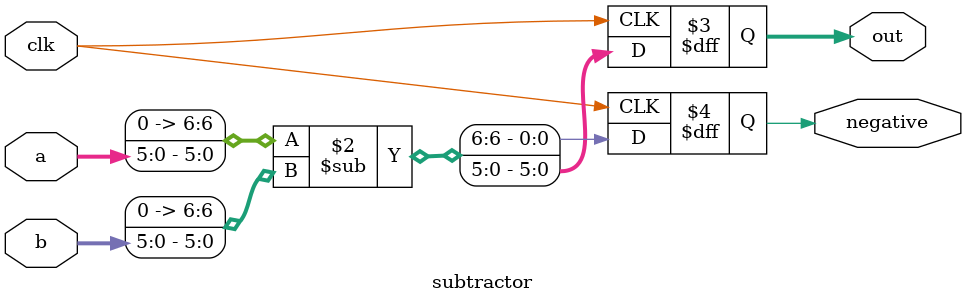
<source format=v>
`timescale 1ns / 1ps

module subtractor #(parameter N = 6)(
    input clk,
    input [N-1:0] a, b,
    output reg [N-1:0] out,
    output reg negative
    );
    reg [N:0] result;
    
    always @(posedge clk)begin
        result = {1'b0, a} - {1'b0, b};
        
        out <= result[N-1:0];
        negative <= result[N];
    end
endmodule

</source>
